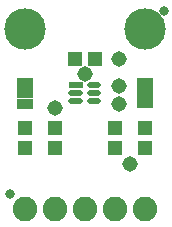
<source format=gbr>
G04 EAGLE Gerber RS-274X export*
G75*
%MOMM*%
%FSLAX34Y34*%
%LPD*%
%INSoldermask Top*%
%IPPOS*%
%AMOC8*
5,1,8,0,0,1.08239X$1,22.5*%
G01*
%ADD10R,1.253200X0.503200*%
%ADD11C,0.503200*%
%ADD12R,1.473200X0.838200*%
%ADD13R,1.203200X1.303200*%
%ADD14R,1.303200X1.203200*%
%ADD15C,2.082800*%
%ADD16C,3.505200*%
%ADD17C,0.838200*%
%ADD18C,1.311200*%


D10*
X68450Y117625D03*
D11*
X64700Y111125D02*
X72200Y111125D01*
X72200Y104625D02*
X64700Y104625D01*
X80200Y104625D02*
X87700Y104625D01*
X87700Y111125D02*
X80200Y111125D01*
X80200Y117625D02*
X87700Y117625D01*
D12*
X127000Y119253D03*
X127000Y111125D03*
X127000Y102997D03*
X25400Y120015D03*
X25400Y111125D03*
X25400Y102235D03*
D13*
X25400Y64525D03*
X25400Y81525D03*
X101600Y64525D03*
X101600Y81525D03*
X127000Y64525D03*
X127000Y81525D03*
D14*
X67700Y139700D03*
X84700Y139700D03*
D15*
X127000Y12700D03*
X101600Y12700D03*
X76200Y12700D03*
X50800Y12700D03*
X25400Y12700D03*
D16*
X25400Y165100D03*
X127000Y165100D03*
D13*
X50800Y64525D03*
X50800Y81525D03*
D17*
X12700Y25400D03*
X142875Y180975D03*
D18*
X104775Y139700D03*
X50800Y98425D03*
X114300Y50800D03*
X104775Y101600D03*
X76200Y127000D03*
X104775Y117475D03*
M02*

</source>
